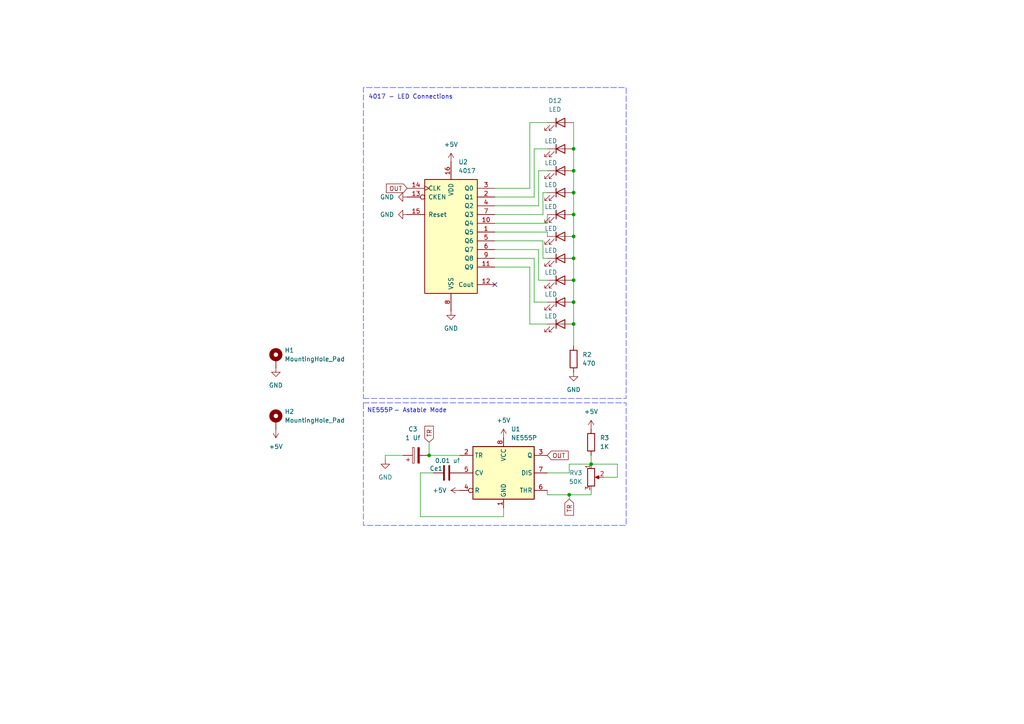
<source format=kicad_sch>
(kicad_sch
	(version 20250114)
	(generator "eeschema")
	(generator_version "9.0")
	(uuid "14bbda4d-3576-40ca-ae7a-ce67ebe69762")
	(paper "A4")
	(title_block
		(title "Christmas Tree Light Up")
		(date "2025-12-09")
		(company "Kigan Patel")
	)
	(lib_symbols
		(symbol "4xxx:4017"
			(pin_names
				(offset 1.016)
			)
			(exclude_from_sim no)
			(in_bom yes)
			(on_board yes)
			(property "Reference" "U"
				(at -7.62 16.51 0)
				(effects
					(font
						(size 1.27 1.27)
					)
				)
			)
			(property "Value" "4017"
				(at -7.62 -19.05 0)
				(effects
					(font
						(size 1.27 1.27)
					)
				)
			)
			(property "Footprint" ""
				(at 0 0 0)
				(effects
					(font
						(size 1.27 1.27)
					)
					(hide yes)
				)
			)
			(property "Datasheet" "http://www.intersil.com/content/dam/Intersil/documents/cd40/cd4017bms-22bms.pdf"
				(at 0 0 0)
				(effects
					(font
						(size 1.27 1.27)
					)
					(hide yes)
				)
			)
			(property "Description" "Johnson Counter ( 10 outputs )"
				(at 0 0 0)
				(effects
					(font
						(size 1.27 1.27)
					)
					(hide yes)
				)
			)
			(property "ki_locked" ""
				(at 0 0 0)
				(effects
					(font
						(size 1.27 1.27)
					)
				)
			)
			(property "ki_keywords" "CNT CNT10"
				(at 0 0 0)
				(effects
					(font
						(size 1.27 1.27)
					)
					(hide yes)
				)
			)
			(property "ki_fp_filters" "DIP?16*"
				(at 0 0 0)
				(effects
					(font
						(size 1.27 1.27)
					)
					(hide yes)
				)
			)
			(symbol "4017_1_0"
				(pin input clock
					(at -12.7 12.7 0)
					(length 5.08)
					(name "CLK"
						(effects
							(font
								(size 1.27 1.27)
							)
						)
					)
					(number "14"
						(effects
							(font
								(size 1.27 1.27)
							)
						)
					)
				)
				(pin input inverted
					(at -12.7 10.16 0)
					(length 5.08)
					(name "CKEN"
						(effects
							(font
								(size 1.27 1.27)
							)
						)
					)
					(number "13"
						(effects
							(font
								(size 1.27 1.27)
							)
						)
					)
				)
				(pin input line
					(at -12.7 5.08 0)
					(length 5.08)
					(name "Reset"
						(effects
							(font
								(size 1.27 1.27)
							)
						)
					)
					(number "15"
						(effects
							(font
								(size 1.27 1.27)
							)
						)
					)
				)
				(pin power_in line
					(at 0 20.32 270)
					(length 5.08)
					(name "VDD"
						(effects
							(font
								(size 1.27 1.27)
							)
						)
					)
					(number "16"
						(effects
							(font
								(size 1.27 1.27)
							)
						)
					)
				)
				(pin power_in line
					(at 0 -22.86 90)
					(length 5.08)
					(name "VSS"
						(effects
							(font
								(size 1.27 1.27)
							)
						)
					)
					(number "8"
						(effects
							(font
								(size 1.27 1.27)
							)
						)
					)
				)
				(pin output line
					(at 12.7 12.7 180)
					(length 5.08)
					(name "Q0"
						(effects
							(font
								(size 1.27 1.27)
							)
						)
					)
					(number "3"
						(effects
							(font
								(size 1.27 1.27)
							)
						)
					)
				)
				(pin output line
					(at 12.7 10.16 180)
					(length 5.08)
					(name "Q1"
						(effects
							(font
								(size 1.27 1.27)
							)
						)
					)
					(number "2"
						(effects
							(font
								(size 1.27 1.27)
							)
						)
					)
				)
				(pin output line
					(at 12.7 7.62 180)
					(length 5.08)
					(name "Q2"
						(effects
							(font
								(size 1.27 1.27)
							)
						)
					)
					(number "4"
						(effects
							(font
								(size 1.27 1.27)
							)
						)
					)
				)
				(pin output line
					(at 12.7 5.08 180)
					(length 5.08)
					(name "Q3"
						(effects
							(font
								(size 1.27 1.27)
							)
						)
					)
					(number "7"
						(effects
							(font
								(size 1.27 1.27)
							)
						)
					)
				)
				(pin output line
					(at 12.7 2.54 180)
					(length 5.08)
					(name "Q4"
						(effects
							(font
								(size 1.27 1.27)
							)
						)
					)
					(number "10"
						(effects
							(font
								(size 1.27 1.27)
							)
						)
					)
				)
				(pin output line
					(at 12.7 0 180)
					(length 5.08)
					(name "Q5"
						(effects
							(font
								(size 1.27 1.27)
							)
						)
					)
					(number "1"
						(effects
							(font
								(size 1.27 1.27)
							)
						)
					)
				)
				(pin output line
					(at 12.7 -2.54 180)
					(length 5.08)
					(name "Q6"
						(effects
							(font
								(size 1.27 1.27)
							)
						)
					)
					(number "5"
						(effects
							(font
								(size 1.27 1.27)
							)
						)
					)
				)
				(pin output line
					(at 12.7 -5.08 180)
					(length 5.08)
					(name "Q7"
						(effects
							(font
								(size 1.27 1.27)
							)
						)
					)
					(number "6"
						(effects
							(font
								(size 1.27 1.27)
							)
						)
					)
				)
				(pin output line
					(at 12.7 -7.62 180)
					(length 5.08)
					(name "Q8"
						(effects
							(font
								(size 1.27 1.27)
							)
						)
					)
					(number "9"
						(effects
							(font
								(size 1.27 1.27)
							)
						)
					)
				)
				(pin output line
					(at 12.7 -10.16 180)
					(length 5.08)
					(name "Q9"
						(effects
							(font
								(size 1.27 1.27)
							)
						)
					)
					(number "11"
						(effects
							(font
								(size 1.27 1.27)
							)
						)
					)
				)
				(pin output line
					(at 12.7 -15.24 180)
					(length 5.08)
					(name "Cout"
						(effects
							(font
								(size 1.27 1.27)
							)
						)
					)
					(number "12"
						(effects
							(font
								(size 1.27 1.27)
							)
						)
					)
				)
			)
			(symbol "4017_1_1"
				(rectangle
					(start -7.62 15.24)
					(end 7.62 -17.78)
					(stroke
						(width 0.254)
						(type default)
					)
					(fill
						(type background)
					)
				)
			)
			(embedded_fonts no)
		)
		(symbol "Device:C"
			(pin_numbers
				(hide yes)
			)
			(pin_names
				(offset 0.254)
			)
			(exclude_from_sim no)
			(in_bom yes)
			(on_board yes)
			(property "Reference" "C"
				(at 0.635 2.54 0)
				(effects
					(font
						(size 1.27 1.27)
					)
					(justify left)
				)
			)
			(property "Value" "C"
				(at 0.635 -2.54 0)
				(effects
					(font
						(size 1.27 1.27)
					)
					(justify left)
				)
			)
			(property "Footprint" ""
				(at 0.9652 -3.81 0)
				(effects
					(font
						(size 1.27 1.27)
					)
					(hide yes)
				)
			)
			(property "Datasheet" "~"
				(at 0 0 0)
				(effects
					(font
						(size 1.27 1.27)
					)
					(hide yes)
				)
			)
			(property "Description" "Unpolarized capacitor"
				(at 0 0 0)
				(effects
					(font
						(size 1.27 1.27)
					)
					(hide yes)
				)
			)
			(property "ki_keywords" "cap capacitor"
				(at 0 0 0)
				(effects
					(font
						(size 1.27 1.27)
					)
					(hide yes)
				)
			)
			(property "ki_fp_filters" "C_*"
				(at 0 0 0)
				(effects
					(font
						(size 1.27 1.27)
					)
					(hide yes)
				)
			)
			(symbol "C_0_1"
				(polyline
					(pts
						(xy -2.032 0.762) (xy 2.032 0.762)
					)
					(stroke
						(width 0.508)
						(type default)
					)
					(fill
						(type none)
					)
				)
				(polyline
					(pts
						(xy -2.032 -0.762) (xy 2.032 -0.762)
					)
					(stroke
						(width 0.508)
						(type default)
					)
					(fill
						(type none)
					)
				)
			)
			(symbol "C_1_1"
				(pin passive line
					(at 0 3.81 270)
					(length 2.794)
					(name "~"
						(effects
							(font
								(size 1.27 1.27)
							)
						)
					)
					(number "1"
						(effects
							(font
								(size 1.27 1.27)
							)
						)
					)
				)
				(pin passive line
					(at 0 -3.81 90)
					(length 2.794)
					(name "~"
						(effects
							(font
								(size 1.27 1.27)
							)
						)
					)
					(number "2"
						(effects
							(font
								(size 1.27 1.27)
							)
						)
					)
				)
			)
			(embedded_fonts no)
		)
		(symbol "Device:C_Polarized"
			(pin_numbers
				(hide yes)
			)
			(pin_names
				(offset 0.254)
			)
			(exclude_from_sim no)
			(in_bom yes)
			(on_board yes)
			(property "Reference" "C"
				(at 0.635 2.54 0)
				(effects
					(font
						(size 1.27 1.27)
					)
					(justify left)
				)
			)
			(property "Value" "C_Polarized"
				(at 0.635 -2.54 0)
				(effects
					(font
						(size 1.27 1.27)
					)
					(justify left)
				)
			)
			(property "Footprint" ""
				(at 0.9652 -3.81 0)
				(effects
					(font
						(size 1.27 1.27)
					)
					(hide yes)
				)
			)
			(property "Datasheet" "~"
				(at 0 0 0)
				(effects
					(font
						(size 1.27 1.27)
					)
					(hide yes)
				)
			)
			(property "Description" "Polarized capacitor"
				(at 0 0 0)
				(effects
					(font
						(size 1.27 1.27)
					)
					(hide yes)
				)
			)
			(property "ki_keywords" "cap capacitor"
				(at 0 0 0)
				(effects
					(font
						(size 1.27 1.27)
					)
					(hide yes)
				)
			)
			(property "ki_fp_filters" "CP_*"
				(at 0 0 0)
				(effects
					(font
						(size 1.27 1.27)
					)
					(hide yes)
				)
			)
			(symbol "C_Polarized_0_1"
				(rectangle
					(start -2.286 0.508)
					(end 2.286 1.016)
					(stroke
						(width 0)
						(type default)
					)
					(fill
						(type none)
					)
				)
				(polyline
					(pts
						(xy -1.778 2.286) (xy -0.762 2.286)
					)
					(stroke
						(width 0)
						(type default)
					)
					(fill
						(type none)
					)
				)
				(polyline
					(pts
						(xy -1.27 2.794) (xy -1.27 1.778)
					)
					(stroke
						(width 0)
						(type default)
					)
					(fill
						(type none)
					)
				)
				(rectangle
					(start 2.286 -0.508)
					(end -2.286 -1.016)
					(stroke
						(width 0)
						(type default)
					)
					(fill
						(type outline)
					)
				)
			)
			(symbol "C_Polarized_1_1"
				(pin passive line
					(at 0 3.81 270)
					(length 2.794)
					(name "~"
						(effects
							(font
								(size 1.27 1.27)
							)
						)
					)
					(number "1"
						(effects
							(font
								(size 1.27 1.27)
							)
						)
					)
				)
				(pin passive line
					(at 0 -3.81 90)
					(length 2.794)
					(name "~"
						(effects
							(font
								(size 1.27 1.27)
							)
						)
					)
					(number "2"
						(effects
							(font
								(size 1.27 1.27)
							)
						)
					)
				)
			)
			(embedded_fonts no)
		)
		(symbol "Device:LED"
			(pin_numbers
				(hide yes)
			)
			(pin_names
				(offset 1.016)
				(hide yes)
			)
			(exclude_from_sim no)
			(in_bom yes)
			(on_board yes)
			(property "Reference" "D"
				(at 0 2.54 0)
				(effects
					(font
						(size 1.27 1.27)
					)
				)
			)
			(property "Value" "LED"
				(at 0 -2.54 0)
				(effects
					(font
						(size 1.27 1.27)
					)
				)
			)
			(property "Footprint" ""
				(at 0 0 0)
				(effects
					(font
						(size 1.27 1.27)
					)
					(hide yes)
				)
			)
			(property "Datasheet" "~"
				(at 0 0 0)
				(effects
					(font
						(size 1.27 1.27)
					)
					(hide yes)
				)
			)
			(property "Description" "Light emitting diode"
				(at 0 0 0)
				(effects
					(font
						(size 1.27 1.27)
					)
					(hide yes)
				)
			)
			(property "Sim.Pins" "1=K 2=A"
				(at 0 0 0)
				(effects
					(font
						(size 1.27 1.27)
					)
					(hide yes)
				)
			)
			(property "ki_keywords" "LED diode"
				(at 0 0 0)
				(effects
					(font
						(size 1.27 1.27)
					)
					(hide yes)
				)
			)
			(property "ki_fp_filters" "LED* LED_SMD:* LED_THT:*"
				(at 0 0 0)
				(effects
					(font
						(size 1.27 1.27)
					)
					(hide yes)
				)
			)
			(symbol "LED_0_1"
				(polyline
					(pts
						(xy -3.048 -0.762) (xy -4.572 -2.286) (xy -3.81 -2.286) (xy -4.572 -2.286) (xy -4.572 -1.524)
					)
					(stroke
						(width 0)
						(type default)
					)
					(fill
						(type none)
					)
				)
				(polyline
					(pts
						(xy -1.778 -0.762) (xy -3.302 -2.286) (xy -2.54 -2.286) (xy -3.302 -2.286) (xy -3.302 -1.524)
					)
					(stroke
						(width 0)
						(type default)
					)
					(fill
						(type none)
					)
				)
				(polyline
					(pts
						(xy -1.27 0) (xy 1.27 0)
					)
					(stroke
						(width 0)
						(type default)
					)
					(fill
						(type none)
					)
				)
				(polyline
					(pts
						(xy -1.27 -1.27) (xy -1.27 1.27)
					)
					(stroke
						(width 0.254)
						(type default)
					)
					(fill
						(type none)
					)
				)
				(polyline
					(pts
						(xy 1.27 -1.27) (xy 1.27 1.27) (xy -1.27 0) (xy 1.27 -1.27)
					)
					(stroke
						(width 0.254)
						(type default)
					)
					(fill
						(type none)
					)
				)
			)
			(symbol "LED_1_1"
				(pin passive line
					(at -3.81 0 0)
					(length 2.54)
					(name "K"
						(effects
							(font
								(size 1.27 1.27)
							)
						)
					)
					(number "1"
						(effects
							(font
								(size 1.27 1.27)
							)
						)
					)
				)
				(pin passive line
					(at 3.81 0 180)
					(length 2.54)
					(name "A"
						(effects
							(font
								(size 1.27 1.27)
							)
						)
					)
					(number "2"
						(effects
							(font
								(size 1.27 1.27)
							)
						)
					)
				)
			)
			(embedded_fonts no)
		)
		(symbol "Device:R"
			(pin_numbers
				(hide yes)
			)
			(pin_names
				(offset 0)
			)
			(exclude_from_sim no)
			(in_bom yes)
			(on_board yes)
			(property "Reference" "R"
				(at 2.032 0 90)
				(effects
					(font
						(size 1.27 1.27)
					)
				)
			)
			(property "Value" "R"
				(at 0 0 90)
				(effects
					(font
						(size 1.27 1.27)
					)
				)
			)
			(property "Footprint" ""
				(at -1.778 0 90)
				(effects
					(font
						(size 1.27 1.27)
					)
					(hide yes)
				)
			)
			(property "Datasheet" "~"
				(at 0 0 0)
				(effects
					(font
						(size 1.27 1.27)
					)
					(hide yes)
				)
			)
			(property "Description" "Resistor"
				(at 0 0 0)
				(effects
					(font
						(size 1.27 1.27)
					)
					(hide yes)
				)
			)
			(property "ki_keywords" "R res resistor"
				(at 0 0 0)
				(effects
					(font
						(size 1.27 1.27)
					)
					(hide yes)
				)
			)
			(property "ki_fp_filters" "R_*"
				(at 0 0 0)
				(effects
					(font
						(size 1.27 1.27)
					)
					(hide yes)
				)
			)
			(symbol "R_0_1"
				(rectangle
					(start -1.016 -2.54)
					(end 1.016 2.54)
					(stroke
						(width 0.254)
						(type default)
					)
					(fill
						(type none)
					)
				)
			)
			(symbol "R_1_1"
				(pin passive line
					(at 0 3.81 270)
					(length 1.27)
					(name "~"
						(effects
							(font
								(size 1.27 1.27)
							)
						)
					)
					(number "1"
						(effects
							(font
								(size 1.27 1.27)
							)
						)
					)
				)
				(pin passive line
					(at 0 -3.81 90)
					(length 1.27)
					(name "~"
						(effects
							(font
								(size 1.27 1.27)
							)
						)
					)
					(number "2"
						(effects
							(font
								(size 1.27 1.27)
							)
						)
					)
				)
			)
			(embedded_fonts no)
		)
		(symbol "Device:R_Potentiometer"
			(pin_names
				(offset 1.016)
				(hide yes)
			)
			(exclude_from_sim no)
			(in_bom yes)
			(on_board yes)
			(property "Reference" "RV"
				(at -4.445 0 90)
				(effects
					(font
						(size 1.27 1.27)
					)
				)
			)
			(property "Value" "R_Potentiometer"
				(at -2.54 0 90)
				(effects
					(font
						(size 1.27 1.27)
					)
				)
			)
			(property "Footprint" ""
				(at 0 0 0)
				(effects
					(font
						(size 1.27 1.27)
					)
					(hide yes)
				)
			)
			(property "Datasheet" "~"
				(at 0 0 0)
				(effects
					(font
						(size 1.27 1.27)
					)
					(hide yes)
				)
			)
			(property "Description" "Potentiometer"
				(at 0 0 0)
				(effects
					(font
						(size 1.27 1.27)
					)
					(hide yes)
				)
			)
			(property "ki_keywords" "resistor variable"
				(at 0 0 0)
				(effects
					(font
						(size 1.27 1.27)
					)
					(hide yes)
				)
			)
			(property "ki_fp_filters" "Potentiometer*"
				(at 0 0 0)
				(effects
					(font
						(size 1.27 1.27)
					)
					(hide yes)
				)
			)
			(symbol "R_Potentiometer_0_1"
				(rectangle
					(start 1.016 2.54)
					(end -1.016 -2.54)
					(stroke
						(width 0.254)
						(type default)
					)
					(fill
						(type none)
					)
				)
				(polyline
					(pts
						(xy 1.143 0) (xy 2.286 0.508) (xy 2.286 -0.508) (xy 1.143 0)
					)
					(stroke
						(width 0)
						(type default)
					)
					(fill
						(type outline)
					)
				)
				(polyline
					(pts
						(xy 2.54 0) (xy 1.524 0)
					)
					(stroke
						(width 0)
						(type default)
					)
					(fill
						(type none)
					)
				)
			)
			(symbol "R_Potentiometer_1_1"
				(pin passive line
					(at 0 3.81 270)
					(length 1.27)
					(name "1"
						(effects
							(font
								(size 1.27 1.27)
							)
						)
					)
					(number "1"
						(effects
							(font
								(size 1.27 1.27)
							)
						)
					)
				)
				(pin passive line
					(at 0 -3.81 90)
					(length 1.27)
					(name "3"
						(effects
							(font
								(size 1.27 1.27)
							)
						)
					)
					(number "3"
						(effects
							(font
								(size 1.27 1.27)
							)
						)
					)
				)
				(pin passive line
					(at 3.81 0 180)
					(length 1.27)
					(name "2"
						(effects
							(font
								(size 1.27 1.27)
							)
						)
					)
					(number "2"
						(effects
							(font
								(size 1.27 1.27)
							)
						)
					)
				)
			)
			(embedded_fonts no)
		)
		(symbol "Mechanical:MountingHole_Pad"
			(pin_numbers
				(hide yes)
			)
			(pin_names
				(offset 1.016)
				(hide yes)
			)
			(exclude_from_sim no)
			(in_bom no)
			(on_board yes)
			(property "Reference" "H"
				(at 0 6.35 0)
				(effects
					(font
						(size 1.27 1.27)
					)
				)
			)
			(property "Value" "MountingHole_Pad"
				(at 0 4.445 0)
				(effects
					(font
						(size 1.27 1.27)
					)
				)
			)
			(property "Footprint" ""
				(at 0 0 0)
				(effects
					(font
						(size 1.27 1.27)
					)
					(hide yes)
				)
			)
			(property "Datasheet" "~"
				(at 0 0 0)
				(effects
					(font
						(size 1.27 1.27)
					)
					(hide yes)
				)
			)
			(property "Description" "Mounting Hole with connection"
				(at 0 0 0)
				(effects
					(font
						(size 1.27 1.27)
					)
					(hide yes)
				)
			)
			(property "ki_keywords" "mounting hole"
				(at 0 0 0)
				(effects
					(font
						(size 1.27 1.27)
					)
					(hide yes)
				)
			)
			(property "ki_fp_filters" "MountingHole*Pad*"
				(at 0 0 0)
				(effects
					(font
						(size 1.27 1.27)
					)
					(hide yes)
				)
			)
			(symbol "MountingHole_Pad_0_1"
				(circle
					(center 0 1.27)
					(radius 1.27)
					(stroke
						(width 1.27)
						(type default)
					)
					(fill
						(type none)
					)
				)
			)
			(symbol "MountingHole_Pad_1_1"
				(pin input line
					(at 0 -2.54 90)
					(length 2.54)
					(name "1"
						(effects
							(font
								(size 1.27 1.27)
							)
						)
					)
					(number "1"
						(effects
							(font
								(size 1.27 1.27)
							)
						)
					)
				)
			)
			(embedded_fonts no)
		)
		(symbol "Timer:NE555P"
			(exclude_from_sim no)
			(in_bom yes)
			(on_board yes)
			(property "Reference" "U"
				(at -10.16 8.89 0)
				(effects
					(font
						(size 1.27 1.27)
					)
					(justify left)
				)
			)
			(property "Value" "NE555P"
				(at 2.54 8.89 0)
				(effects
					(font
						(size 1.27 1.27)
					)
					(justify left)
				)
			)
			(property "Footprint" "Package_DIP:DIP-8_W7.62mm"
				(at 16.51 -10.16 0)
				(effects
					(font
						(size 1.27 1.27)
					)
					(hide yes)
				)
			)
			(property "Datasheet" "http://www.ti.com/lit/ds/symlink/ne555.pdf"
				(at 21.59 -10.16 0)
				(effects
					(font
						(size 1.27 1.27)
					)
					(hide yes)
				)
			)
			(property "Description" "Precision Timers, 555 compatible,  PDIP-8"
				(at 0 0 0)
				(effects
					(font
						(size 1.27 1.27)
					)
					(hide yes)
				)
			)
			(property "ki_keywords" "single timer 555"
				(at 0 0 0)
				(effects
					(font
						(size 1.27 1.27)
					)
					(hide yes)
				)
			)
			(property "ki_fp_filters" "DIP*W7.62mm*"
				(at 0 0 0)
				(effects
					(font
						(size 1.27 1.27)
					)
					(hide yes)
				)
			)
			(symbol "NE555P_0_0"
				(pin power_in line
					(at 0 10.16 270)
					(length 2.54)
					(name "VCC"
						(effects
							(font
								(size 1.27 1.27)
							)
						)
					)
					(number "8"
						(effects
							(font
								(size 1.27 1.27)
							)
						)
					)
				)
				(pin power_in line
					(at 0 -10.16 90)
					(length 2.54)
					(name "GND"
						(effects
							(font
								(size 1.27 1.27)
							)
						)
					)
					(number "1"
						(effects
							(font
								(size 1.27 1.27)
							)
						)
					)
				)
			)
			(symbol "NE555P_0_1"
				(rectangle
					(start -8.89 -7.62)
					(end 8.89 7.62)
					(stroke
						(width 0.254)
						(type default)
					)
					(fill
						(type background)
					)
				)
				(rectangle
					(start -8.89 -7.62)
					(end 8.89 7.62)
					(stroke
						(width 0.254)
						(type default)
					)
					(fill
						(type background)
					)
				)
			)
			(symbol "NE555P_1_1"
				(pin input line
					(at -12.7 5.08 0)
					(length 3.81)
					(name "TR"
						(effects
							(font
								(size 1.27 1.27)
							)
						)
					)
					(number "2"
						(effects
							(font
								(size 1.27 1.27)
							)
						)
					)
				)
				(pin input line
					(at -12.7 0 0)
					(length 3.81)
					(name "CV"
						(effects
							(font
								(size 1.27 1.27)
							)
						)
					)
					(number "5"
						(effects
							(font
								(size 1.27 1.27)
							)
						)
					)
				)
				(pin input inverted
					(at -12.7 -5.08 0)
					(length 3.81)
					(name "R"
						(effects
							(font
								(size 1.27 1.27)
							)
						)
					)
					(number "4"
						(effects
							(font
								(size 1.27 1.27)
							)
						)
					)
				)
				(pin output line
					(at 12.7 5.08 180)
					(length 3.81)
					(name "Q"
						(effects
							(font
								(size 1.27 1.27)
							)
						)
					)
					(number "3"
						(effects
							(font
								(size 1.27 1.27)
							)
						)
					)
				)
				(pin input line
					(at 12.7 0 180)
					(length 3.81)
					(name "DIS"
						(effects
							(font
								(size 1.27 1.27)
							)
						)
					)
					(number "7"
						(effects
							(font
								(size 1.27 1.27)
							)
						)
					)
				)
				(pin input line
					(at 12.7 -5.08 180)
					(length 3.81)
					(name "THR"
						(effects
							(font
								(size 1.27 1.27)
							)
						)
					)
					(number "6"
						(effects
							(font
								(size 1.27 1.27)
							)
						)
					)
				)
			)
			(embedded_fonts no)
		)
		(symbol "power:+5V"
			(power)
			(pin_numbers
				(hide yes)
			)
			(pin_names
				(offset 0)
				(hide yes)
			)
			(exclude_from_sim no)
			(in_bom yes)
			(on_board yes)
			(property "Reference" "#PWR"
				(at 0 -3.81 0)
				(effects
					(font
						(size 1.27 1.27)
					)
					(hide yes)
				)
			)
			(property "Value" "+5V"
				(at 0 3.556 0)
				(effects
					(font
						(size 1.27 1.27)
					)
				)
			)
			(property "Footprint" ""
				(at 0 0 0)
				(effects
					(font
						(size 1.27 1.27)
					)
					(hide yes)
				)
			)
			(property "Datasheet" ""
				(at 0 0 0)
				(effects
					(font
						(size 1.27 1.27)
					)
					(hide yes)
				)
			)
			(property "Description" "Power symbol creates a global label with name \"+5V\""
				(at 0 0 0)
				(effects
					(font
						(size 1.27 1.27)
					)
					(hide yes)
				)
			)
			(property "ki_keywords" "global power"
				(at 0 0 0)
				(effects
					(font
						(size 1.27 1.27)
					)
					(hide yes)
				)
			)
			(symbol "+5V_0_1"
				(polyline
					(pts
						(xy -0.762 1.27) (xy 0 2.54)
					)
					(stroke
						(width 0)
						(type default)
					)
					(fill
						(type none)
					)
				)
				(polyline
					(pts
						(xy 0 2.54) (xy 0.762 1.27)
					)
					(stroke
						(width 0)
						(type default)
					)
					(fill
						(type none)
					)
				)
				(polyline
					(pts
						(xy 0 0) (xy 0 2.54)
					)
					(stroke
						(width 0)
						(type default)
					)
					(fill
						(type none)
					)
				)
			)
			(symbol "+5V_1_1"
				(pin power_in line
					(at 0 0 90)
					(length 0)
					(name "~"
						(effects
							(font
								(size 1.27 1.27)
							)
						)
					)
					(number "1"
						(effects
							(font
								(size 1.27 1.27)
							)
						)
					)
				)
			)
			(embedded_fonts no)
		)
		(symbol "power:GND"
			(power)
			(pin_numbers
				(hide yes)
			)
			(pin_names
				(offset 0)
				(hide yes)
			)
			(exclude_from_sim no)
			(in_bom yes)
			(on_board yes)
			(property "Reference" "#PWR"
				(at 0 -6.35 0)
				(effects
					(font
						(size 1.27 1.27)
					)
					(hide yes)
				)
			)
			(property "Value" "GND"
				(at 0 -3.81 0)
				(effects
					(font
						(size 1.27 1.27)
					)
				)
			)
			(property "Footprint" ""
				(at 0 0 0)
				(effects
					(font
						(size 1.27 1.27)
					)
					(hide yes)
				)
			)
			(property "Datasheet" ""
				(at 0 0 0)
				(effects
					(font
						(size 1.27 1.27)
					)
					(hide yes)
				)
			)
			(property "Description" "Power symbol creates a global label with name \"GND\" , ground"
				(at 0 0 0)
				(effects
					(font
						(size 1.27 1.27)
					)
					(hide yes)
				)
			)
			(property "ki_keywords" "global power"
				(at 0 0 0)
				(effects
					(font
						(size 1.27 1.27)
					)
					(hide yes)
				)
			)
			(symbol "GND_0_1"
				(polyline
					(pts
						(xy 0 0) (xy 0 -1.27) (xy 1.27 -1.27) (xy 0 -2.54) (xy -1.27 -1.27) (xy 0 -1.27)
					)
					(stroke
						(width 0)
						(type default)
					)
					(fill
						(type none)
					)
				)
			)
			(symbol "GND_1_1"
				(pin power_in line
					(at 0 0 270)
					(length 0)
					(name "~"
						(effects
							(font
								(size 1.27 1.27)
							)
						)
					)
					(number "1"
						(effects
							(font
								(size 1.27 1.27)
							)
						)
					)
				)
			)
			(embedded_fonts no)
		)
	)
	(text "4017 - LED Connections"
		(exclude_from_sim no)
		(at 119.126 28.194 0)
		(effects
			(font
				(face "KiCad Font")
				(size 1.27 1.27)
			)
		)
		(uuid "75114728-66ee-41a3-8d35-805d9c7ef064")
	)
	(text "NE555P"
		(exclude_from_sim no)
		(at 110.236 119.126 0)
		(effects
			(font
				(face "KiCad Font")
				(size 1.27 1.27)
			)
		)
		(uuid "90b8d8c5-cbe2-4fae-bd67-96952a4c496f")
	)
	(text "- Astable Mode"
		(exclude_from_sim no)
		(at 121.92 119.126 0)
		(effects
			(font
				(face "KiCad Font")
				(size 1.27 1.27)
			)
		)
		(uuid "e1e98c63-2e90-4571-a6c6-a8a78c0294ed")
	)
	(junction
		(at 166.37 55.88)
		(diameter 0)
		(color 0 0 0 0)
		(uuid "0235a708-3126-48d9-ac6f-611a81a8bb4f")
	)
	(junction
		(at 165.1 143.51)
		(diameter 0)
		(color 0 0 0 0)
		(uuid "0811d350-8774-4327-ad7d-c99b4f43edae")
	)
	(junction
		(at 166.37 74.93)
		(diameter 0)
		(color 0 0 0 0)
		(uuid "0e4dcd40-241a-41f3-9ad8-b668eb383623")
	)
	(junction
		(at 166.37 81.28)
		(diameter 0)
		(color 0 0 0 0)
		(uuid "1c91ad32-e05d-4e92-8438-e3c0d1d0f4d4")
	)
	(junction
		(at 171.45 134.62)
		(diameter 0)
		(color 0 0 0 0)
		(uuid "20bfe73c-896f-4886-97bf-496bdbbf4138")
	)
	(junction
		(at 124.46 132.08)
		(diameter 0)
		(color 0 0 0 0)
		(uuid "237df8fd-7503-40b4-b2aa-c6d78470bb41")
	)
	(junction
		(at 166.37 49.53)
		(diameter 0)
		(color 0 0 0 0)
		(uuid "24f1edeb-2438-4793-bdc1-a8794ff9a9e7")
	)
	(junction
		(at 166.37 68.58)
		(diameter 0)
		(color 0 0 0 0)
		(uuid "6f3e4778-6ee5-47aa-851e-6981112defee")
	)
	(junction
		(at 166.37 43.18)
		(diameter 0)
		(color 0 0 0 0)
		(uuid "734ca5e6-6144-46ed-8c1a-633227492e88")
	)
	(junction
		(at 166.37 93.98)
		(diameter 0)
		(color 0 0 0 0)
		(uuid "bfece2ef-afa4-4e04-a1d7-1886b3597e9c")
	)
	(junction
		(at 166.37 62.23)
		(diameter 0)
		(color 0 0 0 0)
		(uuid "e2717e68-244a-4870-89aa-f42e6c4104f0")
	)
	(junction
		(at 166.37 87.63)
		(diameter 0)
		(color 0 0 0 0)
		(uuid "f7532251-f3e1-416e-8d75-2db3bc565854")
	)
	(no_connect
		(at 143.51 82.55)
		(uuid "a88e216a-21be-4361-9b7f-2aa6ce41e6c4")
	)
	(wire
		(pts
			(xy 154.94 57.15) (xy 154.94 43.18)
		)
		(stroke
			(width 0)
			(type default)
		)
		(uuid "08d7a92b-4ed3-42f2-9fff-69ec6593b03b")
	)
	(wire
		(pts
			(xy 166.37 55.88) (xy 166.37 62.23)
		)
		(stroke
			(width 0)
			(type default)
		)
		(uuid "0fcb8d4a-d986-4031-b55c-9e05f53ae49a")
	)
	(wire
		(pts
			(xy 146.05 149.86) (xy 146.05 147.32)
		)
		(stroke
			(width 0)
			(type default)
		)
		(uuid "15226e11-42ce-4bfa-9578-a55f120f6a98")
	)
	(wire
		(pts
			(xy 158.75 93.98) (xy 153.67 93.98)
		)
		(stroke
			(width 0)
			(type default)
		)
		(uuid "17fb719f-3e29-4170-8b3d-c266d613f5ee")
	)
	(wire
		(pts
			(xy 154.94 43.18) (xy 158.75 43.18)
		)
		(stroke
			(width 0)
			(type default)
		)
		(uuid "18ae2fe8-47a5-4f9b-a072-d781f399f461")
	)
	(wire
		(pts
			(xy 156.21 59.69) (xy 156.21 49.53)
		)
		(stroke
			(width 0)
			(type default)
		)
		(uuid "2e10a2c9-2f38-49d5-a529-2b1178608f54")
	)
	(wire
		(pts
			(xy 166.37 87.63) (xy 166.37 93.98)
		)
		(stroke
			(width 0)
			(type default)
		)
		(uuid "329a57e2-aadb-4d8a-81ad-154924dbc031")
	)
	(wire
		(pts
			(xy 154.94 87.63) (xy 158.75 87.63)
		)
		(stroke
			(width 0)
			(type default)
		)
		(uuid "32dec71d-0f73-4239-87a4-c29f13fd0484")
	)
	(wire
		(pts
			(xy 143.51 57.15) (xy 154.94 57.15)
		)
		(stroke
			(width 0)
			(type default)
		)
		(uuid "36f5f9a1-832c-460b-8413-c68d1a48f5b4")
	)
	(wire
		(pts
			(xy 154.94 74.93) (xy 154.94 87.63)
		)
		(stroke
			(width 0)
			(type default)
		)
		(uuid "38dfb9d6-ca89-492a-a985-5120e38913cc")
	)
	(wire
		(pts
			(xy 143.51 64.77) (xy 158.75 64.77)
		)
		(stroke
			(width 0)
			(type default)
		)
		(uuid "3b4e57d0-e660-40c0-af00-3d27027d2772")
	)
	(wire
		(pts
			(xy 157.48 74.93) (xy 158.75 74.93)
		)
		(stroke
			(width 0)
			(type default)
		)
		(uuid "3f8fab96-70e3-436d-b109-3ddd9ef60f8a")
	)
	(wire
		(pts
			(xy 153.67 54.61) (xy 143.51 54.61)
		)
		(stroke
			(width 0)
			(type default)
		)
		(uuid "41c5608f-b024-4095-8c89-e82d3fe5a412")
	)
	(wire
		(pts
			(xy 165.1 134.62) (xy 171.45 134.62)
		)
		(stroke
			(width 0)
			(type default)
		)
		(uuid "431462f7-f17d-43ec-8998-fa99063a9459")
	)
	(wire
		(pts
			(xy 143.51 62.23) (xy 157.48 62.23)
		)
		(stroke
			(width 0)
			(type default)
		)
		(uuid "438f87e9-2031-453b-866b-bcb845e74f4c")
	)
	(wire
		(pts
			(xy 165.1 144.78) (xy 165.1 143.51)
		)
		(stroke
			(width 0)
			(type default)
		)
		(uuid "44eb3fda-c171-457a-bfdd-e2c95da34ba4")
	)
	(wire
		(pts
			(xy 143.51 74.93) (xy 154.94 74.93)
		)
		(stroke
			(width 0)
			(type default)
		)
		(uuid "4b3c5025-d5d3-45d9-bc3f-dac9e438c7e5")
	)
	(wire
		(pts
			(xy 157.48 69.85) (xy 157.48 74.93)
		)
		(stroke
			(width 0)
			(type default)
		)
		(uuid "4b528867-33d2-4824-ba95-0078520c5aa1")
	)
	(wire
		(pts
			(xy 111.76 132.08) (xy 111.76 133.35)
		)
		(stroke
			(width 0)
			(type default)
		)
		(uuid "4d7c4d8c-74bb-40ec-b034-7f13b773fc73")
	)
	(wire
		(pts
			(xy 171.45 134.62) (xy 179.07 134.62)
		)
		(stroke
			(width 0)
			(type default)
		)
		(uuid "50a6fcd1-fffc-4aa8-be44-3fa629e3e1a4")
	)
	(wire
		(pts
			(xy 153.67 35.56) (xy 153.67 54.61)
		)
		(stroke
			(width 0)
			(type default)
		)
		(uuid "53e27bdf-589f-485b-8e60-325c6a8bb59f")
	)
	(wire
		(pts
			(xy 121.92 149.86) (xy 146.05 149.86)
		)
		(stroke
			(width 0)
			(type default)
		)
		(uuid "5811d05a-e12c-4cb7-9448-c49949fa2074")
	)
	(wire
		(pts
			(xy 111.76 132.08) (xy 116.84 132.08)
		)
		(stroke
			(width 0)
			(type default)
		)
		(uuid "5a096844-2231-49f3-90a0-f440ec6fcf6e")
	)
	(wire
		(pts
			(xy 179.07 134.62) (xy 179.07 138.43)
		)
		(stroke
			(width 0)
			(type default)
		)
		(uuid "5a09a972-043f-4f80-a599-cc814fa7449b")
	)
	(wire
		(pts
			(xy 124.46 128.27) (xy 124.46 132.08)
		)
		(stroke
			(width 0)
			(type default)
		)
		(uuid "5a554c73-f76a-4305-84c8-c73c675c8ae9")
	)
	(wire
		(pts
			(xy 179.07 138.43) (xy 175.26 138.43)
		)
		(stroke
			(width 0)
			(type default)
		)
		(uuid "64e87cc2-5788-4341-ae2e-abf867a04b8b")
	)
	(wire
		(pts
			(xy 166.37 93.98) (xy 166.37 100.33)
		)
		(stroke
			(width 0)
			(type default)
		)
		(uuid "699f73e6-7f53-4b55-9e94-4f3f19527abb")
	)
	(wire
		(pts
			(xy 165.1 134.62) (xy 165.1 137.16)
		)
		(stroke
			(width 0)
			(type default)
		)
		(uuid "6adaf9d0-d50d-45e4-b85b-c44fd5fbf526")
	)
	(wire
		(pts
			(xy 143.51 67.31) (xy 158.75 67.31)
		)
		(stroke
			(width 0)
			(type default)
		)
		(uuid "6c4264ac-d692-44c5-bbce-be681bcc86cb")
	)
	(wire
		(pts
			(xy 158.75 64.77) (xy 158.75 62.23)
		)
		(stroke
			(width 0)
			(type default)
		)
		(uuid "6f973d39-89a1-41ee-b046-4d5b584e174d")
	)
	(wire
		(pts
			(xy 171.45 132.08) (xy 171.45 134.62)
		)
		(stroke
			(width 0)
			(type default)
		)
		(uuid "71f01f89-1770-4cdd-a2a2-9836b854706c")
	)
	(wire
		(pts
			(xy 166.37 74.93) (xy 166.37 81.28)
		)
		(stroke
			(width 0)
			(type default)
		)
		(uuid "734acc25-7ae1-489e-9f75-b9f0ce20498b")
	)
	(wire
		(pts
			(xy 166.37 43.18) (xy 166.37 49.53)
		)
		(stroke
			(width 0)
			(type default)
		)
		(uuid "7824de53-9664-4023-a449-3321a89b8da4")
	)
	(wire
		(pts
			(xy 166.37 68.58) (xy 166.37 74.93)
		)
		(stroke
			(width 0)
			(type default)
		)
		(uuid "788dfb14-9f66-4ba8-9182-078bfb81f864")
	)
	(wire
		(pts
			(xy 143.51 72.39) (xy 156.21 72.39)
		)
		(stroke
			(width 0)
			(type default)
		)
		(uuid "7c755439-bd0f-40bb-9e45-05048e68e24d")
	)
	(wire
		(pts
			(xy 153.67 77.47) (xy 143.51 77.47)
		)
		(stroke
			(width 0)
			(type default)
		)
		(uuid "81b30442-5edc-4443-a2f6-65f02b67706b")
	)
	(wire
		(pts
			(xy 157.48 62.23) (xy 157.48 55.88)
		)
		(stroke
			(width 0)
			(type default)
		)
		(uuid "8d3d01d1-7e09-44b7-97d8-3e0d985bfb35")
	)
	(wire
		(pts
			(xy 153.67 93.98) (xy 153.67 77.47)
		)
		(stroke
			(width 0)
			(type default)
		)
		(uuid "abdb0159-3f39-46ab-be4f-ae9731025a5f")
	)
	(wire
		(pts
			(xy 165.1 137.16) (xy 158.75 137.16)
		)
		(stroke
			(width 0)
			(type default)
		)
		(uuid "ac6361e1-36df-4fa1-ab90-d2bf7f520e78")
	)
	(wire
		(pts
			(xy 157.48 55.88) (xy 158.75 55.88)
		)
		(stroke
			(width 0)
			(type default)
		)
		(uuid "acc1e52d-fadc-4212-b12c-dd6f711d4735")
	)
	(wire
		(pts
			(xy 121.92 137.16) (xy 121.92 149.86)
		)
		(stroke
			(width 0)
			(type default)
		)
		(uuid "ad4ac5b1-825f-4fce-9da6-dc34e61d4e78")
	)
	(wire
		(pts
			(xy 166.37 49.53) (xy 166.37 55.88)
		)
		(stroke
			(width 0)
			(type default)
		)
		(uuid "b28aeea2-9323-4909-820d-4fcbfc1f7187")
	)
	(wire
		(pts
			(xy 158.75 35.56) (xy 153.67 35.56)
		)
		(stroke
			(width 0)
			(type default)
		)
		(uuid "b6036cc5-df98-4e17-88be-507c90059340")
	)
	(wire
		(pts
			(xy 158.75 67.31) (xy 158.75 68.58)
		)
		(stroke
			(width 0)
			(type default)
		)
		(uuid "bf601447-a755-417d-abcb-fc6c4f972392")
	)
	(wire
		(pts
			(xy 166.37 35.56) (xy 166.37 43.18)
		)
		(stroke
			(width 0)
			(type default)
		)
		(uuid "c9be4dec-99bc-40bf-afbb-9f3893cd0218")
	)
	(wire
		(pts
			(xy 166.37 81.28) (xy 166.37 87.63)
		)
		(stroke
			(width 0)
			(type default)
		)
		(uuid "cbe2c313-a157-4a6a-8c1e-b8419996ff05")
	)
	(wire
		(pts
			(xy 171.45 142.24) (xy 171.45 143.51)
		)
		(stroke
			(width 0)
			(type default)
		)
		(uuid "d0c8879c-5b86-4792-a312-6b536c9620ae")
	)
	(wire
		(pts
			(xy 124.46 132.08) (xy 133.35 132.08)
		)
		(stroke
			(width 0)
			(type default)
		)
		(uuid "d5623299-3636-4e61-963f-fbe9b7589893")
	)
	(wire
		(pts
			(xy 158.75 142.24) (xy 158.75 143.51)
		)
		(stroke
			(width 0)
			(type default)
		)
		(uuid "d68fc4f7-f8d6-4da9-80e2-edbbb8d2dbdc")
	)
	(wire
		(pts
			(xy 156.21 72.39) (xy 156.21 81.28)
		)
		(stroke
			(width 0)
			(type default)
		)
		(uuid "dd7a0586-68cf-496d-b750-9b172117e709")
	)
	(wire
		(pts
			(xy 156.21 49.53) (xy 158.75 49.53)
		)
		(stroke
			(width 0)
			(type default)
		)
		(uuid "df1a654b-03b9-46c3-96a8-733a4ee6e6bf")
	)
	(wire
		(pts
			(xy 125.73 137.16) (xy 121.92 137.16)
		)
		(stroke
			(width 0)
			(type default)
		)
		(uuid "e0d4d589-3b12-43d0-a84a-2929007067ae")
	)
	(wire
		(pts
			(xy 166.37 62.23) (xy 166.37 68.58)
		)
		(stroke
			(width 0)
			(type default)
		)
		(uuid "e1321997-d4dd-4aba-9a62-ed2340312e44")
	)
	(wire
		(pts
			(xy 143.51 59.69) (xy 156.21 59.69)
		)
		(stroke
			(width 0)
			(type default)
		)
		(uuid "e225a2be-cbd5-493a-b385-67da1b8a4337")
	)
	(wire
		(pts
			(xy 158.75 143.51) (xy 165.1 143.51)
		)
		(stroke
			(width 0)
			(type default)
		)
		(uuid "ea9c75dd-903f-4a19-b0b8-77be9ecd043f")
	)
	(wire
		(pts
			(xy 143.51 69.85) (xy 157.48 69.85)
		)
		(stroke
			(width 0)
			(type default)
		)
		(uuid "ee9f9335-5f7b-4a93-8eed-6dd00aced217")
	)
	(wire
		(pts
			(xy 165.1 143.51) (xy 171.45 143.51)
		)
		(stroke
			(width 0)
			(type default)
		)
		(uuid "f91eaf00-eaf4-457b-8a1b-e687ca2f407f")
	)
	(wire
		(pts
			(xy 156.21 81.28) (xy 158.75 81.28)
		)
		(stroke
			(width 0)
			(type default)
		)
		(uuid "fd38ab91-3cba-4490-be24-fe4af7c2a628")
	)
	(global_label "TR"
		(shape input)
		(at 165.1 144.78 270)
		(fields_autoplaced yes)
		(effects
			(font
				(size 1.27 1.27)
			)
			(justify right)
		)
		(uuid "04cfd1f7-0338-4f4d-a3a6-b03298119e3e")
		(property "Intersheetrefs" "${INTERSHEET_REFS}"
			(at 165.1 150.0028 90)
			(effects
				(font
					(size 1.27 1.27)
				)
				(justify right)
				(hide yes)
			)
		)
	)
	(global_label "OUT"
		(shape input)
		(at 118.11 54.61 180)
		(fields_autoplaced yes)
		(effects
			(font
				(size 1.27 1.27)
			)
			(justify right)
		)
		(uuid "671b7456-eb40-45c1-ae46-8d0a50e9c812")
		(property "Intersheetrefs" "${INTERSHEET_REFS}"
			(at 111.4962 54.61 0)
			(effects
				(font
					(size 1.27 1.27)
				)
				(justify right)
				(hide yes)
			)
		)
	)
	(global_label "OUT"
		(shape input)
		(at 158.75 132.08 0)
		(fields_autoplaced yes)
		(effects
			(font
				(size 1.27 1.27)
			)
			(justify left)
		)
		(uuid "99b32056-37fe-47a9-86bb-bb31094280d1")
		(property "Intersheetrefs" "${INTERSHEET_REFS}"
			(at 165.3638 132.08 0)
			(effects
				(font
					(size 1.27 1.27)
				)
				(justify left)
				(hide yes)
			)
		)
	)
	(global_label "TR"
		(shape input)
		(at 124.46 128.27 90)
		(fields_autoplaced yes)
		(effects
			(font
				(size 1.27 1.27)
			)
			(justify left)
		)
		(uuid "f5443f85-3705-4d79-8658-a0a1404e95d2")
		(property "Intersheetrefs" "${INTERSHEET_REFS}"
			(at 124.46 123.0472 90)
			(effects
				(font
					(size 1.27 1.27)
				)
				(justify left)
				(hide yes)
			)
		)
	)
	(rule_area
		(polyline
			(pts
				(xy 105.41 115.57) (xy 181.61 115.57) (xy 181.61 25.4) (xy 105.41 25.4)
			)
			(stroke
				(width 0)
				(type dash)
				(color 43 54 255 1)
			)
			(fill
				(type none)
			)
			(uuid 761cb5d9-f334-4b3e-9165-9ee1a391e452)
		)
	)
	(rule_area
		(polyline
			(pts
				(xy 105.41 116.84) (xy 181.61 116.84) (xy 181.61 152.4) (xy 105.41 152.4)
			)
			(stroke
				(width 0)
				(type dash)
				(color 43 54 255 1)
			)
			(fill
				(type none)
			)
			(uuid c4e98b40-7a9b-4fbb-805d-16fb5ac97b31)
		)
	)
	(symbol
		(lib_id "power:GND")
		(at 130.81 90.17 0)
		(unit 1)
		(exclude_from_sim no)
		(in_bom yes)
		(on_board yes)
		(dnp no)
		(fields_autoplaced yes)
		(uuid "00f7222d-0761-4587-a09a-fe24f4a310e2")
		(property "Reference" "#PWR08"
			(at 130.81 96.52 0)
			(effects
				(font
					(size 1.27 1.27)
				)
				(hide yes)
			)
		)
		(property "Value" "GND"
			(at 130.81 95.25 0)
			(effects
				(font
					(size 1.27 1.27)
				)
			)
		)
		(property "Footprint" ""
			(at 130.81 90.17 0)
			(effects
				(font
					(size 1.27 1.27)
				)
				(hide yes)
			)
		)
		(property "Datasheet" ""
			(at 130.81 90.17 0)
			(effects
				(font
					(size 1.27 1.27)
				)
				(hide yes)
			)
		)
		(property "Description" "Power symbol creates a global label with name \"GND\" , ground"
			(at 130.81 90.17 0)
			(effects
				(font
					(size 1.27 1.27)
				)
				(hide yes)
			)
		)
		(pin "1"
			(uuid "116e51e1-a662-4a96-8950-c773c5c05441")
		)
		(instances
			(project ""
				(path "/14bbda4d-3576-40ca-ae7a-ce67ebe69762"
					(reference "#PWR08")
					(unit 1)
				)
			)
		)
	)
	(symbol
		(lib_id "Device:R_Potentiometer")
		(at 171.45 138.43 0)
		(unit 1)
		(exclude_from_sim no)
		(in_bom yes)
		(on_board yes)
		(dnp no)
		(fields_autoplaced yes)
		(uuid "092136ad-040e-4172-b9c0-75a0d2992eb6")
		(property "Reference" "RV3"
			(at 168.91 137.1599 0)
			(effects
				(font
					(size 1.27 1.27)
				)
				(justify right)
			)
		)
		(property "Value" "50K"
			(at 168.91 139.6999 0)
			(effects
				(font
					(size 1.27 1.27)
				)
				(justify right)
			)
		)
		(property "Footprint" "Resistor_THT:R_Axial_DIN0207_L6.3mm_D2.5mm_P7.62mm_Horizontal"
			(at 171.45 138.43 0)
			(effects
				(font
					(size 1.27 1.27)
				)
				(hide yes)
			)
		)
		(property "Datasheet" "~"
			(at 171.45 138.43 0)
			(effects
				(font
					(size 1.27 1.27)
				)
				(hide yes)
			)
		)
		(property "Description" "Potentiometer"
			(at 171.45 138.43 0)
			(effects
				(font
					(size 1.27 1.27)
				)
				(hide yes)
			)
		)
		(pin "3"
			(uuid "d13d2dc4-a279-499d-b568-d6d2c706c244")
		)
		(pin "2"
			(uuid "ec42b4c5-5f36-435c-ae25-424f666dd6c9")
		)
		(pin "1"
			(uuid "0cb965a5-4aed-4e86-8ada-23903dd67c3b")
		)
		(instances
			(project "Christmas Tree Light Up"
				(path "/14bbda4d-3576-40ca-ae7a-ce67ebe69762"
					(reference "RV3")
					(unit 1)
				)
			)
		)
	)
	(symbol
		(lib_id "Device:LED")
		(at 162.56 35.56 0)
		(unit 1)
		(exclude_from_sim no)
		(in_bom yes)
		(on_board yes)
		(dnp no)
		(fields_autoplaced yes)
		(uuid "0973242c-307d-44c5-b736-7a4d8a5a5dbb")
		(property "Reference" "D12"
			(at 160.9725 29.21 0)
			(effects
				(font
					(size 1.27 1.27)
				)
			)
		)
		(property "Value" "LED"
			(at 160.9725 31.75 0)
			(effects
				(font
					(size 1.27 1.27)
				)
			)
		)
		(property "Footprint" "LED_THT:LED_D3.0mm"
			(at 162.56 35.56 0)
			(effects
				(font
					(size 1.27 1.27)
				)
				(hide yes)
			)
		)
		(property "Datasheet" "~"
			(at 162.56 35.56 0)
			(effects
				(font
					(size 1.27 1.27)
				)
				(hide yes)
			)
		)
		(property "Description" "Light emitting diode"
			(at 162.56 35.56 0)
			(effects
				(font
					(size 1.27 1.27)
				)
				(hide yes)
			)
		)
		(property "Sim.Pins" "1=K 2=A"
			(at 162.56 35.56 0)
			(effects
				(font
					(size 1.27 1.27)
				)
				(hide yes)
			)
		)
		(pin "2"
			(uuid "ac47c70d-b071-47cf-8543-ae5271ac3bb2")
		)
		(pin "1"
			(uuid "6e19d1ad-cd2d-41ff-8ceb-aa282c0c43cc")
		)
		(instances
			(project ""
				(path "/14bbda4d-3576-40ca-ae7a-ce67ebe69762"
					(reference "D12")
					(unit 1)
				)
			)
		)
	)
	(symbol
		(lib_id "power:GND")
		(at 80.01 106.68 0)
		(unit 1)
		(exclude_from_sim no)
		(in_bom yes)
		(on_board yes)
		(dnp no)
		(fields_autoplaced yes)
		(uuid "0d321027-225b-495f-967a-5d6dede3b21d")
		(property "Reference" "#PWR01"
			(at 80.01 113.03 0)
			(effects
				(font
					(size 1.27 1.27)
				)
				(hide yes)
			)
		)
		(property "Value" "GND"
			(at 80.01 111.76 0)
			(effects
				(font
					(size 1.27 1.27)
				)
			)
		)
		(property "Footprint" ""
			(at 80.01 106.68 0)
			(effects
				(font
					(size 1.27 1.27)
				)
				(hide yes)
			)
		)
		(property "Datasheet" ""
			(at 80.01 106.68 0)
			(effects
				(font
					(size 1.27 1.27)
				)
				(hide yes)
			)
		)
		(property "Description" "Power symbol creates a global label with name \"GND\" , ground"
			(at 80.01 106.68 0)
			(effects
				(font
					(size 1.27 1.27)
				)
				(hide yes)
			)
		)
		(pin "1"
			(uuid "e68c7429-2c47-4e70-a8eb-d1fe6097d502")
		)
		(instances
			(project ""
				(path "/14bbda4d-3576-40ca-ae7a-ce67ebe69762"
					(reference "#PWR01")
					(unit 1)
				)
			)
		)
	)
	(symbol
		(lib_id "Device:C")
		(at 129.54 137.16 90)
		(unit 1)
		(exclude_from_sim no)
		(in_bom yes)
		(on_board yes)
		(dnp no)
		(uuid "234192bb-56ae-4eb2-90be-d640a25a7244")
		(property "Reference" "Ce1"
			(at 126.492 135.89 90)
			(effects
				(font
					(size 1.27 1.27)
				)
			)
		)
		(property "Value" "0.01 uf"
			(at 129.794 133.604 90)
			(effects
				(font
					(size 1.27 1.27)
				)
			)
		)
		(property "Footprint" "Capacitor_THT:CP_Radial_D5.0mm_P2.00mm"
			(at 133.35 136.1948 0)
			(effects
				(font
					(size 1.27 1.27)
				)
				(hide yes)
			)
		)
		(property "Datasheet" "~"
			(at 129.54 137.16 0)
			(effects
				(font
					(size 1.27 1.27)
				)
				(hide yes)
			)
		)
		(property "Description" "Unpolarized capacitor"
			(at 129.54 137.16 0)
			(effects
				(font
					(size 1.27 1.27)
				)
				(hide yes)
			)
		)
		(pin "2"
			(uuid "616a63e3-1e83-4487-864a-b7fac6e36bfa")
		)
		(pin "1"
			(uuid "a1eaafff-325d-4acd-9190-2e452b81bc52")
		)
		(instances
			(project "Christmas Tree Light Up"
				(path "/14bbda4d-3576-40ca-ae7a-ce67ebe69762"
					(reference "Ce1")
					(unit 1)
				)
			)
		)
	)
	(symbol
		(lib_id "Device:LED")
		(at 162.56 62.23 0)
		(unit 1)
		(exclude_from_sim no)
		(in_bom yes)
		(on_board yes)
		(dnp no)
		(uuid "28ad4db0-522c-4e37-90d4-0a523812e164")
		(property "Reference" "D8"
			(at 160.9725 55.88 0)
			(effects
				(font
					(size 1.27 1.27)
				)
				(hide yes)
			)
		)
		(property "Value" "LED"
			(at 159.766 59.944 0)
			(effects
				(font
					(size 1.27 1.27)
				)
			)
		)
		(property "Footprint" "LED_THT:LED_D3.0mm"
			(at 162.56 62.23 0)
			(effects
				(font
					(size 1.27 1.27)
				)
				(hide yes)
			)
		)
		(property "Datasheet" "~"
			(at 162.56 62.23 0)
			(effects
				(font
					(size 1.27 1.27)
				)
				(hide yes)
			)
		)
		(property "Description" "Light emitting diode"
			(at 162.56 62.23 0)
			(effects
				(font
					(size 1.27 1.27)
				)
				(hide yes)
			)
		)
		(property "Sim.Pins" "1=K 2=A"
			(at 162.56 62.23 0)
			(effects
				(font
					(size 1.27 1.27)
				)
				(hide yes)
			)
		)
		(pin "2"
			(uuid "cf85a72b-c3f3-4f3c-b8c9-13f769c7449a")
		)
		(pin "1"
			(uuid "eadb6113-52a2-4cb4-b52d-7723dc006dc7")
		)
		(instances
			(project "Christmas Tree Light Up"
				(path "/14bbda4d-3576-40ca-ae7a-ce67ebe69762"
					(reference "D8")
					(unit 1)
				)
			)
		)
	)
	(symbol
		(lib_id "power:GND")
		(at 118.11 62.23 270)
		(unit 1)
		(exclude_from_sim no)
		(in_bom yes)
		(on_board yes)
		(dnp no)
		(fields_autoplaced yes)
		(uuid "2d4ee3d8-890c-4fab-89ae-6b2899956089")
		(property "Reference" "#PWR010"
			(at 111.76 62.23 0)
			(effects
				(font
					(size 1.27 1.27)
				)
				(hide yes)
			)
		)
		(property "Value" "GND"
			(at 114.3 62.2299 90)
			(effects
				(font
					(size 1.27 1.27)
				)
				(justify right)
			)
		)
		(property "Footprint" ""
			(at 118.11 62.23 0)
			(effects
				(font
					(size 1.27 1.27)
				)
				(hide yes)
			)
		)
		(property "Datasheet" ""
			(at 118.11 62.23 0)
			(effects
				(font
					(size 1.27 1.27)
				)
				(hide yes)
			)
		)
		(property "Description" "Power symbol creates a global label with name \"GND\" , ground"
			(at 118.11 62.23 0)
			(effects
				(font
					(size 1.27 1.27)
				)
				(hide yes)
			)
		)
		(pin "1"
			(uuid "1d3702fd-fac8-49bb-9de9-b0011f9211f8")
		)
		(instances
			(project ""
				(path "/14bbda4d-3576-40ca-ae7a-ce67ebe69762"
					(reference "#PWR010")
					(unit 1)
				)
			)
		)
	)
	(symbol
		(lib_id "power:GND")
		(at 118.11 57.15 270)
		(unit 1)
		(exclude_from_sim no)
		(in_bom yes)
		(on_board yes)
		(dnp no)
		(fields_autoplaced yes)
		(uuid "31ef85c2-bf67-4db4-9694-a38df6b884a1")
		(property "Reference" "#PWR09"
			(at 111.76 57.15 0)
			(effects
				(font
					(size 1.27 1.27)
				)
				(hide yes)
			)
		)
		(property "Value" "GND"
			(at 114.3 57.1499 90)
			(effects
				(font
					(size 1.27 1.27)
				)
				(justify right)
			)
		)
		(property "Footprint" ""
			(at 118.11 57.15 0)
			(effects
				(font
					(size 1.27 1.27)
				)
				(hide yes)
			)
		)
		(property "Datasheet" ""
			(at 118.11 57.15 0)
			(effects
				(font
					(size 1.27 1.27)
				)
				(hide yes)
			)
		)
		(property "Description" "Power symbol creates a global label with name \"GND\" , ground"
			(at 118.11 57.15 0)
			(effects
				(font
					(size 1.27 1.27)
				)
				(hide yes)
			)
		)
		(pin "1"
			(uuid "a200be43-c526-448a-834a-27362a97a765")
		)
		(instances
			(project ""
				(path "/14bbda4d-3576-40ca-ae7a-ce67ebe69762"
					(reference "#PWR09")
					(unit 1)
				)
			)
		)
	)
	(symbol
		(lib_id "Device:LED")
		(at 162.56 81.28 0)
		(unit 1)
		(exclude_from_sim no)
		(in_bom yes)
		(on_board yes)
		(dnp no)
		(uuid "320b37da-cbf8-46f6-be29-4950c8b5e845")
		(property "Reference" "D6"
			(at 160.9725 74.93 0)
			(effects
				(font
					(size 1.27 1.27)
				)
				(hide yes)
			)
		)
		(property "Value" "LED"
			(at 159.766 78.994 0)
			(effects
				(font
					(size 1.27 1.27)
				)
			)
		)
		(property "Footprint" "LED_THT:LED_D3.0mm"
			(at 162.56 81.28 0)
			(effects
				(font
					(size 1.27 1.27)
				)
				(hide yes)
			)
		)
		(property "Datasheet" "~"
			(at 162.56 81.28 0)
			(effects
				(font
					(size 1.27 1.27)
				)
				(hide yes)
			)
		)
		(property "Description" "Light emitting diode"
			(at 162.56 81.28 0)
			(effects
				(font
					(size 1.27 1.27)
				)
				(hide yes)
			)
		)
		(property "Sim.Pins" "1=K 2=A"
			(at 162.56 81.28 0)
			(effects
				(font
					(size 1.27 1.27)
				)
				(hide yes)
			)
		)
		(pin "2"
			(uuid "2fe5acff-5e84-4205-8930-4eb8eba1f55e")
		)
		(pin "1"
			(uuid "a438ee05-bed2-4402-b1a6-1fd548ce74e1")
		)
		(instances
			(project "Christmas Tree Light Up"
				(path "/14bbda4d-3576-40ca-ae7a-ce67ebe69762"
					(reference "D6")
					(unit 1)
				)
			)
		)
	)
	(symbol
		(lib_id "Device:LED")
		(at 162.56 87.63 0)
		(unit 1)
		(exclude_from_sim no)
		(in_bom yes)
		(on_board yes)
		(dnp no)
		(uuid "32b1f8b1-eb6b-4f11-8371-65e2179fde78")
		(property "Reference" "D5"
			(at 160.9725 81.28 0)
			(effects
				(font
					(size 1.27 1.27)
				)
				(hide yes)
			)
		)
		(property "Value" "LED"
			(at 159.766 85.344 0)
			(effects
				(font
					(size 1.27 1.27)
				)
			)
		)
		(property "Footprint" "LED_THT:LED_D3.0mm"
			(at 162.56 87.63 0)
			(effects
				(font
					(size 1.27 1.27)
				)
				(hide yes)
			)
		)
		(property "Datasheet" "~"
			(at 162.56 87.63 0)
			(effects
				(font
					(size 1.27 1.27)
				)
				(hide yes)
			)
		)
		(property "Description" "Light emitting diode"
			(at 162.56 87.63 0)
			(effects
				(font
					(size 1.27 1.27)
				)
				(hide yes)
			)
		)
		(property "Sim.Pins" "1=K 2=A"
			(at 162.56 87.63 0)
			(effects
				(font
					(size 1.27 1.27)
				)
				(hide yes)
			)
		)
		(pin "2"
			(uuid "816eb77b-4665-4423-a7ed-36fff0838ba9")
		)
		(pin "1"
			(uuid "41aa1445-bdf4-4e5b-a554-41bd8a7262c1")
		)
		(instances
			(project "Christmas Tree Light Up"
				(path "/14bbda4d-3576-40ca-ae7a-ce67ebe69762"
					(reference "D5")
					(unit 1)
				)
			)
		)
	)
	(symbol
		(lib_id "Device:LED")
		(at 162.56 49.53 0)
		(unit 1)
		(exclude_from_sim no)
		(in_bom yes)
		(on_board yes)
		(dnp no)
		(uuid "39a1f568-37b8-42b4-8be3-04b320309249")
		(property "Reference" "D10"
			(at 160.9725 43.18 0)
			(effects
				(font
					(size 1.27 1.27)
				)
				(hide yes)
			)
		)
		(property "Value" "LED"
			(at 159.766 47.244 0)
			(effects
				(font
					(size 1.27 1.27)
				)
			)
		)
		(property "Footprint" "LED_THT:LED_D3.0mm"
			(at 162.56 49.53 0)
			(effects
				(font
					(size 1.27 1.27)
				)
				(hide yes)
			)
		)
		(property "Datasheet" "~"
			(at 162.56 49.53 0)
			(effects
				(font
					(size 1.27 1.27)
				)
				(hide yes)
			)
		)
		(property "Description" "Light emitting diode"
			(at 162.56 49.53 0)
			(effects
				(font
					(size 1.27 1.27)
				)
				(hide yes)
			)
		)
		(property "Sim.Pins" "1=K 2=A"
			(at 162.56 49.53 0)
			(effects
				(font
					(size 1.27 1.27)
				)
				(hide yes)
			)
		)
		(pin "2"
			(uuid "00b85577-1c36-4b73-abe1-a877c90b9bb0")
		)
		(pin "1"
			(uuid "923fe14f-1cf3-4c4e-a172-65d9d5060fb5")
		)
		(instances
			(project "Christmas Tree Light Up"
				(path "/14bbda4d-3576-40ca-ae7a-ce67ebe69762"
					(reference "D10")
					(unit 1)
				)
			)
		)
	)
	(symbol
		(lib_id "power:+5V")
		(at 130.81 46.99 0)
		(unit 1)
		(exclude_from_sim no)
		(in_bom yes)
		(on_board yes)
		(dnp no)
		(fields_autoplaced yes)
		(uuid "3f3eb740-6a95-40a7-b785-f0244f56d34a")
		(property "Reference" "#PWR07"
			(at 130.81 50.8 0)
			(effects
				(font
					(size 1.27 1.27)
				)
				(hide yes)
			)
		)
		(property "Value" "+5V"
			(at 130.81 41.91 0)
			(effects
				(font
					(size 1.27 1.27)
				)
			)
		)
		(property "Footprint" ""
			(at 130.81 46.99 0)
			(effects
				(font
					(size 1.27 1.27)
				)
				(hide yes)
			)
		)
		(property "Datasheet" ""
			(at 130.81 46.99 0)
			(effects
				(font
					(size 1.27 1.27)
				)
				(hide yes)
			)
		)
		(property "Description" "Power symbol creates a global label with name \"+5V\""
			(at 130.81 46.99 0)
			(effects
				(font
					(size 1.27 1.27)
				)
				(hide yes)
			)
		)
		(pin "1"
			(uuid "35522a60-84af-4d21-b591-f095e0963ec6")
		)
		(instances
			(project ""
				(path "/14bbda4d-3576-40ca-ae7a-ce67ebe69762"
					(reference "#PWR07")
					(unit 1)
				)
			)
		)
	)
	(symbol
		(lib_id "Device:R")
		(at 166.37 104.14 0)
		(unit 1)
		(exclude_from_sim no)
		(in_bom yes)
		(on_board yes)
		(dnp no)
		(fields_autoplaced yes)
		(uuid "43402dac-3522-4cdc-99e7-0c9ed5635b0a")
		(property "Reference" "R2"
			(at 168.91 102.8699 0)
			(effects
				(font
					(size 1.27 1.27)
				)
				(justify left)
			)
		)
		(property "Value" "470"
			(at 168.91 105.4099 0)
			(effects
				(font
					(size 1.27 1.27)
				)
				(justify left)
			)
		)
		(property "Footprint" "Resistor_THT:R_Axial_DIN0207_L6.3mm_D2.5mm_P7.62mm_Horizontal"
			(at 164.592 104.14 90)
			(effects
				(font
					(size 1.27 1.27)
				)
				(hide yes)
			)
		)
		(property "Datasheet" "~"
			(at 166.37 104.14 0)
			(effects
				(font
					(size 1.27 1.27)
				)
				(hide yes)
			)
		)
		(property "Description" "Resistor"
			(at 166.37 104.14 0)
			(effects
				(font
					(size 1.27 1.27)
				)
				(hide yes)
			)
		)
		(pin "2"
			(uuid "44228b85-fe36-4164-a5ff-c16c09c85d7b")
		)
		(pin "1"
			(uuid "dcfcf6ec-7a52-4d14-9edf-00d3ad865cfb")
		)
		(instances
			(project "Christmas Tree Light Up"
				(path "/14bbda4d-3576-40ca-ae7a-ce67ebe69762"
					(reference "R2")
					(unit 1)
				)
			)
		)
	)
	(symbol
		(lib_id "Device:LED")
		(at 162.56 93.98 0)
		(unit 1)
		(exclude_from_sim no)
		(in_bom yes)
		(on_board yes)
		(dnp no)
		(uuid "4423acf5-33bb-4b55-9ae8-620ae0b5b938")
		(property "Reference" "D1"
			(at 160.9725 87.63 0)
			(effects
				(font
					(size 1.27 1.27)
				)
				(hide yes)
			)
		)
		(property "Value" "LED"
			(at 159.766 91.694 0)
			(effects
				(font
					(size 1.27 1.27)
				)
			)
		)
		(property "Footprint" "LED_THT:LED_D3.0mm"
			(at 162.56 93.98 0)
			(effects
				(font
					(size 1.27 1.27)
				)
				(hide yes)
			)
		)
		(property "Datasheet" "~"
			(at 162.56 93.98 0)
			(effects
				(font
					(size 1.27 1.27)
				)
				(hide yes)
			)
		)
		(property "Description" "Light emitting diode"
			(at 162.56 93.98 0)
			(effects
				(font
					(size 1.27 1.27)
				)
				(hide yes)
			)
		)
		(property "Sim.Pins" "1=K 2=A"
			(at 162.56 93.98 0)
			(effects
				(font
					(size 1.27 1.27)
				)
				(hide yes)
			)
		)
		(pin "2"
			(uuid "8302ed96-ae17-4dae-b84e-c435cdfbbed4")
		)
		(pin "1"
			(uuid "fe4540a5-2bc7-49bf-8167-cddac5328c13")
		)
		(instances
			(project "Christmas Tree Light Up"
				(path "/14bbda4d-3576-40ca-ae7a-ce67ebe69762"
					(reference "D1")
					(unit 1)
				)
			)
		)
	)
	(symbol
		(lib_id "4xxx:4017")
		(at 130.81 67.31 0)
		(unit 1)
		(exclude_from_sim no)
		(in_bom yes)
		(on_board yes)
		(dnp no)
		(fields_autoplaced yes)
		(uuid "5b0de359-87e0-4892-a0f0-2de5a276dbf1")
		(property "Reference" "U2"
			(at 132.9533 46.99 0)
			(effects
				(font
					(size 1.27 1.27)
				)
				(justify left)
			)
		)
		(property "Value" "4017"
			(at 132.9533 49.53 0)
			(effects
				(font
					(size 1.27 1.27)
				)
				(justify left)
			)
		)
		(property "Footprint" "footprints:N16"
			(at 130.81 67.31 0)
			(effects
				(font
					(size 1.27 1.27)
				)
				(hide yes)
			)
		)
		(property "Datasheet" "http://www.intersil.com/content/dam/Intersil/documents/cd40/cd4017bms-22bms.pdf"
			(at 130.81 67.31 0)
			(effects
				(font
					(size 1.27 1.27)
				)
				(hide yes)
			)
		)
		(property "Description" "Johnson Counter ( 10 outputs )"
			(at 130.81 67.31 0)
			(effects
				(font
					(size 1.27 1.27)
				)
				(hide yes)
			)
		)
		(pin "6"
			(uuid "bb7579c6-01a4-4419-b623-18e4634c396e")
		)
		(pin "13"
			(uuid "ad54a209-6d89-4e2e-8d23-b1ff13dc0b25")
		)
		(pin "3"
			(uuid "f4409a49-2d08-4d11-aa55-e3e431a4eadc")
		)
		(pin "8"
			(uuid "44bc33e3-a705-4993-ad6a-ad7c551cbb86")
		)
		(pin "12"
			(uuid "f79275b3-9276-4c5c-93cf-837b19cb3844")
		)
		(pin "9"
			(uuid "1b809c9f-28f8-48d7-b13d-203e3d219d3a")
		)
		(pin "15"
			(uuid "aba7b709-b020-4fde-8ead-fac028bec7ae")
		)
		(pin "7"
			(uuid "f7256b40-93e1-4118-a65b-47284c12f5b8")
		)
		(pin "10"
			(uuid "5a051ff1-c031-4d02-91c0-1211b3306d11")
		)
		(pin "4"
			(uuid "41856378-8924-4f13-a772-eac88354bbc4")
		)
		(pin "5"
			(uuid "1ef6b133-8284-4036-ae4d-a5d8b43d55e9")
		)
		(pin "16"
			(uuid "f590fe0b-03ea-4294-b4da-eb53114e2523")
		)
		(pin "2"
			(uuid "187f0e95-f622-486f-9859-d02a09b10646")
		)
		(pin "14"
			(uuid "654779c7-acf1-4e3e-9c7b-c7ea1b42883e")
		)
		(pin "1"
			(uuid "7d8481f9-63f0-470c-b536-cfdd2ace7d50")
		)
		(pin "11"
			(uuid "c8711650-35f7-418f-9cb4-bbf94c6f67cf")
		)
		(instances
			(project ""
				(path "/14bbda4d-3576-40ca-ae7a-ce67ebe69762"
					(reference "U2")
					(unit 1)
				)
			)
		)
	)
	(symbol
		(lib_id "power:+5V")
		(at 171.45 124.46 0)
		(unit 1)
		(exclude_from_sim no)
		(in_bom yes)
		(on_board yes)
		(dnp no)
		(fields_autoplaced yes)
		(uuid "5c975b29-b077-4663-94fd-43769236aa9a")
		(property "Reference" "#PWR04"
			(at 171.45 128.27 0)
			(effects
				(font
					(size 1.27 1.27)
				)
				(hide yes)
			)
		)
		(property "Value" "+5V"
			(at 171.45 119.38 0)
			(effects
				(font
					(size 1.27 1.27)
				)
			)
		)
		(property "Footprint" ""
			(at 171.45 124.46 0)
			(effects
				(font
					(size 1.27 1.27)
				)
				(hide yes)
			)
		)
		(property "Datasheet" ""
			(at 171.45 124.46 0)
			(effects
				(font
					(size 1.27 1.27)
				)
				(hide yes)
			)
		)
		(property "Description" "Power symbol creates a global label with name \"+5V\""
			(at 171.45 124.46 0)
			(effects
				(font
					(size 1.27 1.27)
				)
				(hide yes)
			)
		)
		(pin "1"
			(uuid "32526d38-c5fd-4200-a2a9-692e2ed44790")
		)
		(instances
			(project ""
				(path "/14bbda4d-3576-40ca-ae7a-ce67ebe69762"
					(reference "#PWR04")
					(unit 1)
				)
			)
		)
	)
	(symbol
		(lib_id "Device:LED")
		(at 162.56 43.18 0)
		(unit 1)
		(exclude_from_sim no)
		(in_bom yes)
		(on_board yes)
		(dnp no)
		(uuid "5f0bbd9f-b83a-4168-8153-624f50e22792")
		(property "Reference" "D11"
			(at 160.9725 36.83 0)
			(effects
				(font
					(size 1.27 1.27)
				)
				(hide yes)
			)
		)
		(property "Value" "LED"
			(at 159.766 40.894 0)
			(effects
				(font
					(size 1.27 1.27)
				)
			)
		)
		(property "Footprint" "LED_THT:LED_D3.0mm"
			(at 162.56 43.18 0)
			(effects
				(font
					(size 1.27 1.27)
				)
				(hide yes)
			)
		)
		(property "Datasheet" "~"
			(at 162.56 43.18 0)
			(effects
				(font
					(size 1.27 1.27)
				)
				(hide yes)
			)
		)
		(property "Description" "Light emitting diode"
			(at 162.56 43.18 0)
			(effects
				(font
					(size 1.27 1.27)
				)
				(hide yes)
			)
		)
		(property "Sim.Pins" "1=K 2=A"
			(at 162.56 43.18 0)
			(effects
				(font
					(size 1.27 1.27)
				)
				(hide yes)
			)
		)
		(pin "2"
			(uuid "b041b26a-db18-4c54-bbd3-6f6048835b6d")
		)
		(pin "1"
			(uuid "d9d19b0f-c44f-4b84-b8c3-449659cf9b42")
		)
		(instances
			(project "Christmas Tree Light Up"
				(path "/14bbda4d-3576-40ca-ae7a-ce67ebe69762"
					(reference "D11")
					(unit 1)
				)
			)
		)
	)
	(symbol
		(lib_id "Device:LED")
		(at 162.56 68.58 0)
		(unit 1)
		(exclude_from_sim no)
		(in_bom yes)
		(on_board yes)
		(dnp no)
		(uuid "6c24e639-89e1-45a6-a226-b8f64d026956")
		(property "Reference" "D7"
			(at 160.9725 62.23 0)
			(effects
				(font
					(size 1.27 1.27)
				)
				(hide yes)
			)
		)
		(property "Value" "LED"
			(at 159.766 66.294 0)
			(effects
				(font
					(size 1.27 1.27)
				)
			)
		)
		(property "Footprint" "LED_THT:LED_D3.0mm"
			(at 162.56 68.58 0)
			(effects
				(font
					(size 1.27 1.27)
				)
				(hide yes)
			)
		)
		(property "Datasheet" "~"
			(at 162.56 68.58 0)
			(effects
				(font
					(size 1.27 1.27)
				)
				(hide yes)
			)
		)
		(property "Description" "Light emitting diode"
			(at 162.56 68.58 0)
			(effects
				(font
					(size 1.27 1.27)
				)
				(hide yes)
			)
		)
		(property "Sim.Pins" "1=K 2=A"
			(at 162.56 68.58 0)
			(effects
				(font
					(size 1.27 1.27)
				)
				(hide yes)
			)
		)
		(pin "2"
			(uuid "a2376e47-7fda-485b-83f5-ff48203ee37a")
		)
		(pin "1"
			(uuid "892ca6d5-b05a-4004-9cab-0f2e90313b72")
		)
		(instances
			(project "Christmas Tree Light Up"
				(path "/14bbda4d-3576-40ca-ae7a-ce67ebe69762"
					(reference "D7")
					(unit 1)
				)
			)
		)
	)
	(symbol
		(lib_id "power:GND")
		(at 166.37 107.95 0)
		(unit 1)
		(exclude_from_sim no)
		(in_bom yes)
		(on_board yes)
		(dnp no)
		(fields_autoplaced yes)
		(uuid "83bf8a98-5765-446d-923e-aa2dcb0cdda2")
		(property "Reference" "#PWR011"
			(at 166.37 114.3 0)
			(effects
				(font
					(size 1.27 1.27)
				)
				(hide yes)
			)
		)
		(property "Value" "GND"
			(at 166.37 113.03 0)
			(effects
				(font
					(size 1.27 1.27)
				)
			)
		)
		(property "Footprint" ""
			(at 166.37 107.95 0)
			(effects
				(font
					(size 1.27 1.27)
				)
				(hide yes)
			)
		)
		(property "Datasheet" ""
			(at 166.37 107.95 0)
			(effects
				(font
					(size 1.27 1.27)
				)
				(hide yes)
			)
		)
		(property "Description" "Power symbol creates a global label with name \"GND\" , ground"
			(at 166.37 107.95 0)
			(effects
				(font
					(size 1.27 1.27)
				)
				(hide yes)
			)
		)
		(pin "1"
			(uuid "50f4b8b4-d4d2-4313-a9ab-cb35157857fb")
		)
		(instances
			(project ""
				(path "/14bbda4d-3576-40ca-ae7a-ce67ebe69762"
					(reference "#PWR011")
					(unit 1)
				)
			)
		)
	)
	(symbol
		(lib_id "power:GND")
		(at 111.76 133.35 0)
		(unit 1)
		(exclude_from_sim no)
		(in_bom yes)
		(on_board yes)
		(dnp no)
		(fields_autoplaced yes)
		(uuid "8b3b0615-4347-4c2a-bf07-f2ddf892232a")
		(property "Reference" "#PWR03"
			(at 111.76 139.7 0)
			(effects
				(font
					(size 1.27 1.27)
				)
				(hide yes)
			)
		)
		(property "Value" "GND"
			(at 111.76 138.43 0)
			(effects
				(font
					(size 1.27 1.27)
				)
			)
		)
		(property "Footprint" ""
			(at 111.76 133.35 0)
			(effects
				(font
					(size 1.27 1.27)
				)
				(hide yes)
			)
		)
		(property "Datasheet" ""
			(at 111.76 133.35 0)
			(effects
				(font
					(size 1.27 1.27)
				)
				(hide yes)
			)
		)
		(property "Description" "Power symbol creates a global label with name \"GND\" , ground"
			(at 111.76 133.35 0)
			(effects
				(font
					(size 1.27 1.27)
				)
				(hide yes)
			)
		)
		(pin "1"
			(uuid "06f697c0-691b-4dfc-9c98-e9487684a8ca")
		)
		(instances
			(project ""
				(path "/14bbda4d-3576-40ca-ae7a-ce67ebe69762"
					(reference "#PWR03")
					(unit 1)
				)
			)
		)
	)
	(symbol
		(lib_id "power:+5V")
		(at 146.05 127 0)
		(unit 1)
		(exclude_from_sim no)
		(in_bom yes)
		(on_board yes)
		(dnp no)
		(fields_autoplaced yes)
		(uuid "8ee2b4e8-fa01-420b-8549-bd6284a96d5b")
		(property "Reference" "#PWR06"
			(at 146.05 130.81 0)
			(effects
				(font
					(size 1.27 1.27)
				)
				(hide yes)
			)
		)
		(property "Value" "+5V"
			(at 146.05 121.92 0)
			(effects
				(font
					(size 1.27 1.27)
				)
			)
		)
		(property "Footprint" ""
			(at 146.05 127 0)
			(effects
				(font
					(size 1.27 1.27)
				)
				(hide yes)
			)
		)
		(property "Datasheet" ""
			(at 146.05 127 0)
			(effects
				(font
					(size 1.27 1.27)
				)
				(hide yes)
			)
		)
		(property "Description" "Power symbol creates a global label with name \"+5V\""
			(at 146.05 127 0)
			(effects
				(font
					(size 1.27 1.27)
				)
				(hide yes)
			)
		)
		(pin "1"
			(uuid "9864d9c8-80ff-4198-8fcb-10b7cc036896")
		)
		(instances
			(project ""
				(path "/14bbda4d-3576-40ca-ae7a-ce67ebe69762"
					(reference "#PWR06")
					(unit 1)
				)
			)
		)
	)
	(symbol
		(lib_id "power:+5V")
		(at 80.01 124.46 180)
		(unit 1)
		(exclude_from_sim no)
		(in_bom yes)
		(on_board yes)
		(dnp no)
		(fields_autoplaced yes)
		(uuid "96ed4a77-b1a8-4c6f-b6d3-733afadcf468")
		(property "Reference" "#PWR02"
			(at 80.01 120.65 0)
			(effects
				(font
					(size 1.27 1.27)
				)
				(hide yes)
			)
		)
		(property "Value" "+5V"
			(at 80.01 129.54 0)
			(effects
				(font
					(size 1.27 1.27)
				)
			)
		)
		(property "Footprint" ""
			(at 80.01 124.46 0)
			(effects
				(font
					(size 1.27 1.27)
				)
				(hide yes)
			)
		)
		(property "Datasheet" ""
			(at 80.01 124.46 0)
			(effects
				(font
					(size 1.27 1.27)
				)
				(hide yes)
			)
		)
		(property "Description" "Power symbol creates a global label with name \"+5V\""
			(at 80.01 124.46 0)
			(effects
				(font
					(size 1.27 1.27)
				)
				(hide yes)
			)
		)
		(pin "1"
			(uuid "cb482e11-6126-45dd-bd62-7b419615ab78")
		)
		(instances
			(project ""
				(path "/14bbda4d-3576-40ca-ae7a-ce67ebe69762"
					(reference "#PWR02")
					(unit 1)
				)
			)
		)
	)
	(symbol
		(lib_id "Timer:NE555P")
		(at 146.05 137.16 0)
		(unit 1)
		(exclude_from_sim no)
		(in_bom yes)
		(on_board yes)
		(dnp no)
		(fields_autoplaced yes)
		(uuid "b1533f16-0c53-4d04-a231-a073bdfe8c3b")
		(property "Reference" "U1"
			(at 148.1933 124.46 0)
			(effects
				(font
					(size 1.27 1.27)
				)
				(justify left)
			)
		)
		(property "Value" "NE555P"
			(at 148.1933 127 0)
			(effects
				(font
					(size 1.27 1.27)
				)
				(justify left)
			)
		)
		(property "Footprint" "Package_DIP:DIP-8_W7.62mm"
			(at 162.56 147.32 0)
			(effects
				(font
					(size 1.27 1.27)
				)
				(hide yes)
			)
		)
		(property "Datasheet" "http://www.ti.com/lit/ds/symlink/ne555.pdf"
			(at 167.64 147.32 0)
			(effects
				(font
					(size 1.27 1.27)
				)
				(hide yes)
			)
		)
		(property "Description" "Precision Timers, 555 compatible,  PDIP-8"
			(at 146.05 137.16 0)
			(effects
				(font
					(size 1.27 1.27)
				)
				(hide yes)
			)
		)
		(pin "1"
			(uuid "2bf808c3-93dc-4047-a677-c44b2a22cc1e")
		)
		(pin "3"
			(uuid "e123dbfb-4524-477e-b73e-b553b47795a1")
		)
		(pin "5"
			(uuid "0fbe966a-506f-445d-84c4-0c09f440b0c0")
		)
		(pin "2"
			(uuid "5ae9b979-0d50-4675-9cf2-eac1c24703aa")
		)
		(pin "4"
			(uuid "10be1787-56b9-44ba-8aba-5561d563e0f5")
		)
		(pin "8"
			(uuid "ba339d5b-63f8-484e-a81f-7688e897da5a")
		)
		(pin "7"
			(uuid "c10f4b66-d208-40ce-b780-5eaea2098afb")
		)
		(pin "6"
			(uuid "e39cbe36-ca58-4225-b9a7-3e898eca266d")
		)
		(instances
			(project ""
				(path "/14bbda4d-3576-40ca-ae7a-ce67ebe69762"
					(reference "U1")
					(unit 1)
				)
			)
		)
	)
	(symbol
		(lib_id "Mechanical:MountingHole_Pad")
		(at 80.01 121.92 0)
		(unit 1)
		(exclude_from_sim no)
		(in_bom no)
		(on_board yes)
		(dnp no)
		(fields_autoplaced yes)
		(uuid "b31fe8bb-d334-4ab6-83ec-af401ad68569")
		(property "Reference" "H2"
			(at 82.55 119.3799 0)
			(effects
				(font
					(size 1.27 1.27)
				)
				(justify left)
			)
		)
		(property "Value" "MountingHole_Pad"
			(at 82.55 121.9199 0)
			(effects
				(font
					(size 1.27 1.27)
				)
				(justify left)
			)
		)
		(property "Footprint" "MountingHole:MountingHole_2.2mm_M2_DIN965_Pad"
			(at 80.01 121.92 0)
			(effects
				(font
					(size 1.27 1.27)
				)
				(hide yes)
			)
		)
		(property "Datasheet" "~"
			(at 80.01 121.92 0)
			(effects
				(font
					(size 1.27 1.27)
				)
				(hide yes)
			)
		)
		(property "Description" "Mounting Hole with connection"
			(at 80.01 121.92 0)
			(effects
				(font
					(size 1.27 1.27)
				)
				(hide yes)
			)
		)
		(pin "1"
			(uuid "4bd8eefe-954c-4828-97c8-8409c2cebd34")
		)
		(instances
			(project ""
				(path "/14bbda4d-3576-40ca-ae7a-ce67ebe69762"
					(reference "H2")
					(unit 1)
				)
			)
		)
	)
	(symbol
		(lib_id "Mechanical:MountingHole_Pad")
		(at 80.01 104.14 0)
		(unit 1)
		(exclude_from_sim no)
		(in_bom no)
		(on_board yes)
		(dnp no)
		(fields_autoplaced yes)
		(uuid "b69ecca6-2e68-4f46-b204-527ad6e6a239")
		(property "Reference" "H1"
			(at 82.55 101.5999 0)
			(effects
				(font
					(size 1.27 1.27)
				)
				(justify left)
			)
		)
		(property "Value" "MountingHole_Pad"
			(at 82.55 104.1399 0)
			(effects
				(font
					(size 1.27 1.27)
				)
				(justify left)
			)
		)
		(property "Footprint" "MountingHole:MountingHole_2.2mm_M2_DIN965_Pad"
			(at 80.01 104.14 0)
			(effects
				(font
					(size 1.27 1.27)
				)
				(hide yes)
			)
		)
		(property "Datasheet" "~"
			(at 80.01 104.14 0)
			(effects
				(font
					(size 1.27 1.27)
				)
				(hide yes)
			)
		)
		(property "Description" "Mounting Hole with connection"
			(at 80.01 104.14 0)
			(effects
				(font
					(size 1.27 1.27)
				)
				(hide yes)
			)
		)
		(pin "1"
			(uuid "b7c13975-c6df-4ce9-b655-6137a48c6847")
		)
		(instances
			(project ""
				(path "/14bbda4d-3576-40ca-ae7a-ce67ebe69762"
					(reference "H1")
					(unit 1)
				)
			)
		)
	)
	(symbol
		(lib_id "power:+5V")
		(at 133.35 142.24 90)
		(unit 1)
		(exclude_from_sim no)
		(in_bom yes)
		(on_board yes)
		(dnp no)
		(fields_autoplaced yes)
		(uuid "bebf3ba1-1deb-4637-9999-910c7a34e35f")
		(property "Reference" "#PWR05"
			(at 137.16 142.24 0)
			(effects
				(font
					(size 1.27 1.27)
				)
				(hide yes)
			)
		)
		(property "Value" "+5V"
			(at 129.54 142.2399 90)
			(effects
				(font
					(size 1.27 1.27)
				)
				(justify left)
			)
		)
		(property "Footprint" ""
			(at 133.35 142.24 0)
			(effects
				(font
					(size 1.27 1.27)
				)
				(hide yes)
			)
		)
		(property "Datasheet" ""
			(at 133.35 142.24 0)
			(effects
				(font
					(size 1.27 1.27)
				)
				(hide yes)
			)
		)
		(property "Description" "Power symbol creates a global label with name \"+5V\""
			(at 133.35 142.24 0)
			(effects
				(font
					(size 1.27 1.27)
				)
				(hide yes)
			)
		)
		(pin "1"
			(uuid "65f5e8d9-5287-4c8b-87fc-18aff6d1abba")
		)
		(instances
			(project ""
				(path "/14bbda4d-3576-40ca-ae7a-ce67ebe69762"
					(reference "#PWR05")
					(unit 1)
				)
			)
		)
	)
	(symbol
		(lib_id "Device:LED")
		(at 162.56 74.93 0)
		(unit 1)
		(exclude_from_sim no)
		(in_bom yes)
		(on_board yes)
		(dnp no)
		(uuid "c4cd91b1-7b40-4d15-ab40-ac17fe11a0ef")
		(property "Reference" "D2"
			(at 160.9725 68.58 0)
			(effects
				(font
					(size 1.27 1.27)
				)
				(hide yes)
			)
		)
		(property "Value" "LED"
			(at 159.766 72.644 0)
			(effects
				(font
					(size 1.27 1.27)
				)
			)
		)
		(property "Footprint" "LED_THT:LED_D3.0mm"
			(at 162.56 74.93 0)
			(effects
				(font
					(size 1.27 1.27)
				)
				(hide yes)
			)
		)
		(property "Datasheet" "~"
			(at 162.56 74.93 0)
			(effects
				(font
					(size 1.27 1.27)
				)
				(hide yes)
			)
		)
		(property "Description" "Light emitting diode"
			(at 162.56 74.93 0)
			(effects
				(font
					(size 1.27 1.27)
				)
				(hide yes)
			)
		)
		(property "Sim.Pins" "1=K 2=A"
			(at 162.56 74.93 0)
			(effects
				(font
					(size 1.27 1.27)
				)
				(hide yes)
			)
		)
		(pin "2"
			(uuid "7ac7764b-1632-4894-b97e-3cfbac662d79")
		)
		(pin "1"
			(uuid "349ca419-94b0-4b10-ac1f-88476c8774ae")
		)
		(instances
			(project "Christmas Tree Light Up"
				(path "/14bbda4d-3576-40ca-ae7a-ce67ebe69762"
					(reference "D2")
					(unit 1)
				)
			)
		)
	)
	(symbol
		(lib_id "Device:LED")
		(at 162.56 55.88 0)
		(unit 1)
		(exclude_from_sim no)
		(in_bom yes)
		(on_board yes)
		(dnp no)
		(uuid "daace3ff-a932-4bd1-850a-7ca615b40fbd")
		(property "Reference" "D9"
			(at 160.9725 49.53 0)
			(effects
				(font
					(size 1.27 1.27)
				)
				(hide yes)
			)
		)
		(property "Value" "LED"
			(at 159.766 53.594 0)
			(effects
				(font
					(size 1.27 1.27)
				)
			)
		)
		(property "Footprint" "LED_THT:LED_D3.0mm"
			(at 162.56 55.88 0)
			(effects
				(font
					(size 1.27 1.27)
				)
				(hide yes)
			)
		)
		(property "Datasheet" "~"
			(at 162.56 55.88 0)
			(effects
				(font
					(size 1.27 1.27)
				)
				(hide yes)
			)
		)
		(property "Description" "Light emitting diode"
			(at 162.56 55.88 0)
			(effects
				(font
					(size 1.27 1.27)
				)
				(hide yes)
			)
		)
		(property "Sim.Pins" "1=K 2=A"
			(at 162.56 55.88 0)
			(effects
				(font
					(size 1.27 1.27)
				)
				(hide yes)
			)
		)
		(pin "2"
			(uuid "812a075a-2d55-4e68-8440-58337b6d1f52")
		)
		(pin "1"
			(uuid "54c7b8d4-02f4-4376-8ca1-54041b62d78a")
		)
		(instances
			(project "Christmas Tree Light Up"
				(path "/14bbda4d-3576-40ca-ae7a-ce67ebe69762"
					(reference "D9")
					(unit 1)
				)
			)
		)
	)
	(symbol
		(lib_id "Device:C_Polarized")
		(at 120.65 132.08 90)
		(unit 1)
		(exclude_from_sim no)
		(in_bom yes)
		(on_board yes)
		(dnp no)
		(fields_autoplaced yes)
		(uuid "edbcbfce-5461-42e3-9eeb-81f0550ad42e")
		(property "Reference" "C3"
			(at 119.761 124.46 90)
			(effects
				(font
					(size 1.27 1.27)
				)
			)
		)
		(property "Value" "1 Uf"
			(at 119.761 127 90)
			(effects
				(font
					(size 1.27 1.27)
				)
			)
		)
		(property "Footprint" "Capacitor_THT:CP_Radial_D5.0mm_P2.00mm"
			(at 124.46 131.1148 0)
			(effects
				(font
					(size 1.27 1.27)
				)
				(hide yes)
			)
		)
		(property "Datasheet" "~"
			(at 120.65 132.08 0)
			(effects
				(font
					(size 1.27 1.27)
				)
				(hide yes)
			)
		)
		(property "Description" "Polarized capacitor"
			(at 120.65 132.08 0)
			(effects
				(font
					(size 1.27 1.27)
				)
				(hide yes)
			)
		)
		(pin "1"
			(uuid "051e4b2d-c885-435c-8007-92acab16b844")
		)
		(pin "2"
			(uuid "4d0fb1b2-4ad9-48b1-870e-ee860482081f")
		)
		(instances
			(project "Christmas Tree Light Up"
				(path "/14bbda4d-3576-40ca-ae7a-ce67ebe69762"
					(reference "C3")
					(unit 1)
				)
			)
		)
	)
	(symbol
		(lib_id "Device:R")
		(at 171.45 128.27 0)
		(unit 1)
		(exclude_from_sim no)
		(in_bom yes)
		(on_board yes)
		(dnp no)
		(fields_autoplaced yes)
		(uuid "fa29f824-e0bb-4507-85a5-0446de97871f")
		(property "Reference" "R3"
			(at 173.99 126.9999 0)
			(effects
				(font
					(size 1.27 1.27)
				)
				(justify left)
			)
		)
		(property "Value" "1K"
			(at 173.99 129.5399 0)
			(effects
				(font
					(size 1.27 1.27)
				)
				(justify left)
			)
		)
		(property "Footprint" "Resistor_THT:R_Axial_DIN0207_L6.3mm_D2.5mm_P7.62mm_Horizontal"
			(at 169.672 128.27 90)
			(effects
				(font
					(size 1.27 1.27)
				)
				(hide yes)
			)
		)
		(property "Datasheet" "~"
			(at 171.45 128.27 0)
			(effects
				(font
					(size 1.27 1.27)
				)
				(hide yes)
			)
		)
		(property "Description" "Resistor"
			(at 171.45 128.27 0)
			(effects
				(font
					(size 1.27 1.27)
				)
				(hide yes)
			)
		)
		(pin "2"
			(uuid "1cdcd582-ff41-4558-a049-32a663a5f980")
		)
		(pin "1"
			(uuid "d06351f7-6e4d-4c73-b660-5fbc1ab433bd")
		)
		(instances
			(project "Christmas Tree Light Up"
				(path "/14bbda4d-3576-40ca-ae7a-ce67ebe69762"
					(reference "R3")
					(unit 1)
				)
			)
		)
	)
	(sheet_instances
		(path "/"
			(page "1")
		)
	)
	(embedded_fonts no)
)

</source>
